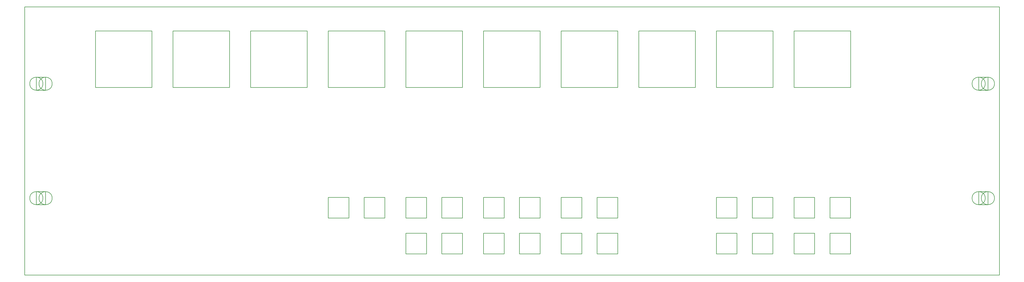
<source format=gko>
G04 Layer: BoardOutlineLayer*
G04 EasyEDA v6.5.34, 2023-08-21 18:11:39*
G04 7820172c1e5c4a8f996b360b20b43df3,5a6b42c53f6a479593ecc07194224c93,10*
G04 Gerber Generator version 0.2*
G04 Scale: 100 percent, Rotated: No, Reflected: No *
G04 Dimensions in millimeters *
G04 leading zeros omitted , absolute positions ,4 integer and 5 decimal *
%FSLAX45Y45*%
%MOMM*%

%ADD10C,0.2540*%
D10*
X0Y13296900D02*
G01*
X48260000Y13296900D01*
X48260000Y0D01*
X0Y-3070D01*
X0Y13296900D01*
G75*
G01*
X711200Y9486900D02*
G02*
X1361597Y9486900I325199J0D01*
G75*
G01*
X1361597Y9486900D02*
G02*
X711200Y9486900I-325198J0D01*
X711200Y9486900D02*
G01*
X711200Y9486900D01*
X579198Y9811893D02*
G01*
X579198Y9161881D01*
X579198Y9161881D02*
G01*
X1036398Y9161881D01*
X1036398Y9161881D02*
G01*
X1036398Y9811893D01*
X1036398Y9811893D02*
G01*
X579198Y9811893D01*
G75*
G01*
X254000Y9486900D02*
G02*
X904397Y9486900I325199J0D01*
G75*
G01*
X904397Y9486900D02*
G02*
X254000Y9486900I-325198J0D01*
X254000Y9486900D02*
G01*
X254000Y9486900D01*
G75*
G01*
X254000Y3810000D02*
G02*
X904397Y3810000I325199J0D01*
G75*
G01*
X904397Y3810000D02*
G02*
X254000Y3810000I-325198J0D01*
X254000Y3810000D02*
G01*
X254000Y3810000D01*
X579198Y4134993D02*
G01*
X579198Y3484981D01*
X579198Y3484981D02*
G01*
X1036398Y3484981D01*
X1036398Y3484981D02*
G01*
X1036398Y4134993D01*
X1036398Y4134993D02*
G01*
X579198Y4134993D01*
G75*
G01*
X711200Y3810000D02*
G02*
X1361597Y3810000I325199J0D01*
G75*
G01*
X1361597Y3810000D02*
G02*
X711200Y3810000I-325198J0D01*
X711200Y3810000D02*
G01*
X711200Y3810000D01*
G75*
G01*
X47365696Y3810000D02*
G02*
X48016094Y3810000I325199J0D01*
G75*
G01*
X48016094Y3810000D02*
G02*
X47365696Y3810000I-325199J0D01*
X47365696Y3810000D02*
G01*
X47365696Y3810000D01*
X47233695Y4134993D02*
G01*
X47233695Y3484981D01*
X47233695Y3484981D02*
G01*
X47690895Y3484981D01*
X47690895Y3484981D02*
G01*
X47690895Y4134993D01*
X47690895Y4134993D02*
G01*
X47233695Y4134993D01*
G75*
G01*
X46908496Y3810000D02*
G02*
X47558894Y3810000I325199J0D01*
G75*
G01*
X47558894Y3810000D02*
G02*
X46908496Y3810000I-325199J0D01*
X46908496Y3810000D02*
G01*
X46908496Y3810000D01*
G75*
G01*
X46908496Y9486900D02*
G02*
X47558894Y9486900I325199J0D01*
G75*
G01*
X47558894Y9486900D02*
G02*
X46908496Y9486900I-325199J0D01*
X46908496Y9486900D02*
G01*
X46908496Y9486900D01*
X47233695Y9811893D02*
G01*
X47233695Y9161881D01*
X47233695Y9161881D02*
G01*
X47690895Y9161881D01*
X47690895Y9161881D02*
G01*
X47690895Y9811893D01*
X47690895Y9811893D02*
G01*
X47233695Y9811893D01*
G75*
G01*
X47365696Y9486900D02*
G02*
X48016094Y9486900I325199J0D01*
G75*
G01*
X48016094Y9486900D02*
G02*
X47365696Y9486900I-325199J0D01*
X47365696Y9486900D02*
G01*
X47365696Y9486900D01*
X28338284Y3848100D02*
G01*
X28338284Y2828099D01*
X28338284Y2828099D02*
G01*
X29358285Y2828099D01*
X29358285Y2828099D02*
G01*
X29358285Y3848100D01*
X29358285Y3848100D02*
G01*
X28338284Y3848100D01*
X26560284Y3848100D02*
G01*
X26560284Y2828099D01*
X26560284Y2828099D02*
G01*
X27580285Y2828099D01*
X27580285Y2828099D02*
G01*
X27580285Y3848100D01*
X27580285Y3848100D02*
G01*
X26560284Y3848100D01*
X26560284Y2070100D02*
G01*
X26560284Y1050099D01*
X26560284Y1050099D02*
G01*
X27580285Y1050099D01*
X27580285Y1050099D02*
G01*
X27580285Y2070100D01*
X27580285Y2070100D02*
G01*
X26560284Y2070100D01*
X28338284Y2070100D02*
G01*
X28338284Y1050099D01*
X28338284Y1050099D02*
G01*
X29358285Y1050099D01*
X29358285Y1050099D02*
G01*
X29358285Y2070100D01*
X29358285Y2070100D02*
G01*
X28338284Y2070100D01*
X7343612Y12104298D02*
G01*
X7343612Y9304304D01*
X7343612Y9304304D02*
G01*
X10143606Y9304304D01*
X10143606Y9304304D02*
G01*
X10143606Y12104298D01*
X10143606Y12104298D02*
G01*
X7343612Y12104298D01*
X24495112Y3848100D02*
G01*
X24495112Y2828099D01*
X24495112Y2828099D02*
G01*
X25515112Y2828099D01*
X25515112Y2828099D02*
G01*
X25515112Y3848100D01*
X25515112Y3848100D02*
G01*
X24495112Y3848100D01*
X22717112Y3848100D02*
G01*
X22717112Y2828099D01*
X22717112Y2828099D02*
G01*
X23737112Y2828099D01*
X23737112Y2828099D02*
G01*
X23737112Y3848100D01*
X23737112Y3848100D02*
G01*
X22717112Y3848100D01*
X22717112Y2070100D02*
G01*
X22717112Y1050099D01*
X22717112Y1050099D02*
G01*
X23737112Y1050099D01*
X23737112Y1050099D02*
G01*
X23737112Y2070100D01*
X23737112Y2070100D02*
G01*
X22717112Y2070100D01*
X24495112Y2070100D02*
G01*
X24495112Y1050099D01*
X24495112Y1050099D02*
G01*
X25515112Y1050099D01*
X25515112Y1050099D02*
G01*
X25515112Y2070100D01*
X25515112Y2070100D02*
G01*
X24495112Y2070100D01*
X39867903Y3848100D02*
G01*
X39867903Y2828099D01*
X39867903Y2828099D02*
G01*
X40887904Y2828099D01*
X40887904Y2828099D02*
G01*
X40887904Y3848100D01*
X40887904Y3848100D02*
G01*
X39867903Y3848100D01*
X38089903Y3848100D02*
G01*
X38089903Y2828099D01*
X38089903Y2828099D02*
G01*
X39109904Y2828099D01*
X39109904Y2828099D02*
G01*
X39109904Y3848100D01*
X39109904Y3848100D02*
G01*
X38089903Y3848100D01*
X38089903Y2070100D02*
G01*
X38089903Y1050099D01*
X38089903Y1050099D02*
G01*
X39109904Y1050099D01*
X39109904Y1050099D02*
G01*
X39109904Y2070100D01*
X39109904Y2070100D02*
G01*
X38089903Y2070100D01*
X39867903Y2070100D02*
G01*
X39867903Y1050099D01*
X39867903Y1050099D02*
G01*
X40887904Y1050099D01*
X40887904Y1050099D02*
G01*
X40887904Y2070100D01*
X40887904Y2070100D02*
G01*
X39867903Y2070100D01*
X15030691Y3848100D02*
G01*
X15030691Y2828099D01*
X15030691Y2828099D02*
G01*
X16050691Y2828099D01*
X16050691Y2828099D02*
G01*
X16050691Y3848100D01*
X16050691Y3848100D02*
G01*
X15030691Y3848100D01*
X16808691Y3848100D02*
G01*
X16808691Y2828099D01*
X16808691Y2828099D02*
G01*
X17828691Y2828099D01*
X17828691Y2828099D02*
G01*
X17828691Y3848100D01*
X17828691Y3848100D02*
G01*
X16808691Y3848100D01*
X36024705Y2070100D02*
G01*
X36024705Y1050099D01*
X36024705Y1050099D02*
G01*
X37044706Y1050099D01*
X37044706Y1050099D02*
G01*
X37044706Y2070100D01*
X37044706Y2070100D02*
G01*
X36024705Y2070100D01*
X34246705Y2070100D02*
G01*
X34246705Y1050099D01*
X34246705Y1050099D02*
G01*
X35266706Y1050099D01*
X35266706Y1050099D02*
G01*
X35266706Y2070100D01*
X35266706Y2070100D02*
G01*
X34246705Y2070100D01*
X34246705Y3848100D02*
G01*
X34246705Y2828099D01*
X34246705Y2828099D02*
G01*
X35266706Y2828099D01*
X35266706Y2828099D02*
G01*
X35266706Y3848100D01*
X35266706Y3848100D02*
G01*
X34246705Y3848100D01*
X36024705Y3848100D02*
G01*
X36024705Y2828099D01*
X36024705Y2828099D02*
G01*
X37044706Y2828099D01*
X37044706Y2828099D02*
G01*
X37044706Y3848100D01*
X37044706Y3848100D02*
G01*
X36024705Y3848100D01*
X20651889Y2070100D02*
G01*
X20651889Y1050099D01*
X20651889Y1050099D02*
G01*
X21671889Y1050099D01*
X21671889Y1050099D02*
G01*
X21671889Y2070100D01*
X21671889Y2070100D02*
G01*
X20651889Y2070100D01*
X18873889Y2070100D02*
G01*
X18873889Y1050099D01*
X18873889Y1050099D02*
G01*
X19893889Y1050099D01*
X19893889Y1050099D02*
G01*
X19893889Y2070100D01*
X19893889Y2070100D02*
G01*
X18873889Y2070100D01*
X18873889Y3848100D02*
G01*
X18873889Y2828099D01*
X18873889Y2828099D02*
G01*
X19893889Y2828099D01*
X19893889Y2828099D02*
G01*
X19893889Y3848100D01*
X19893889Y3848100D02*
G01*
X18873889Y3848100D01*
X20651889Y3848100D02*
G01*
X20651889Y2828099D01*
X20651889Y2828099D02*
G01*
X21671889Y2828099D01*
X21671889Y2828099D02*
G01*
X21671889Y3848100D01*
X21671889Y3848100D02*
G01*
X20651889Y3848100D01*
X38089215Y12104298D02*
G01*
X38089215Y9304304D01*
X38089215Y9304304D02*
G01*
X40889209Y9304304D01*
X40889209Y9304304D02*
G01*
X40889209Y12104298D01*
X40889209Y12104298D02*
G01*
X38089215Y12104298D01*
X34246014Y12104298D02*
G01*
X34246014Y9304304D01*
X34246014Y9304304D02*
G01*
X37046009Y9304304D01*
X37046009Y9304304D02*
G01*
X37046009Y12104298D01*
X37046009Y12104298D02*
G01*
X34246014Y12104298D01*
X30402814Y12104298D02*
G01*
X30402814Y9304304D01*
X30402814Y9304304D02*
G01*
X33202808Y9304304D01*
X33202808Y9304304D02*
G01*
X33202808Y12104298D01*
X33202808Y12104298D02*
G01*
X30402814Y12104298D01*
X26559614Y12104298D02*
G01*
X26559614Y9304304D01*
X26559614Y9304304D02*
G01*
X29359608Y9304304D01*
X29359608Y9304304D02*
G01*
X29359608Y12104298D01*
X29359608Y12104298D02*
G01*
X26559614Y12104298D01*
X22716413Y12104298D02*
G01*
X22716413Y9304304D01*
X22716413Y9304304D02*
G01*
X25516408Y9304304D01*
X25516408Y9304304D02*
G01*
X25516408Y12104298D01*
X25516408Y12104298D02*
G01*
X22716413Y12104298D01*
X18873213Y12104298D02*
G01*
X18873213Y9304304D01*
X18873213Y9304304D02*
G01*
X21673207Y9304304D01*
X21673207Y9304304D02*
G01*
X21673207Y12104298D01*
X21673207Y12104298D02*
G01*
X18873213Y12104298D01*
X15030013Y12104298D02*
G01*
X15030013Y9304304D01*
X15030013Y9304304D02*
G01*
X17830007Y9304304D01*
X17830007Y9304304D02*
G01*
X17830007Y12104298D01*
X17830007Y12104298D02*
G01*
X15030013Y12104298D01*
X11186812Y12104298D02*
G01*
X11186812Y9304304D01*
X11186812Y9304304D02*
G01*
X13986807Y9304304D01*
X13986807Y9304304D02*
G01*
X13986807Y12104298D01*
X13986807Y12104298D02*
G01*
X11186812Y12104298D01*
X3500414Y12104298D02*
G01*
X3500414Y9304304D01*
X3500414Y9304304D02*
G01*
X6300409Y9304304D01*
X6300409Y9304304D02*
G01*
X6300409Y12104298D01*
X6300409Y12104298D02*
G01*
X3500414Y12104298D01*

%LPD*%
M02*

</source>
